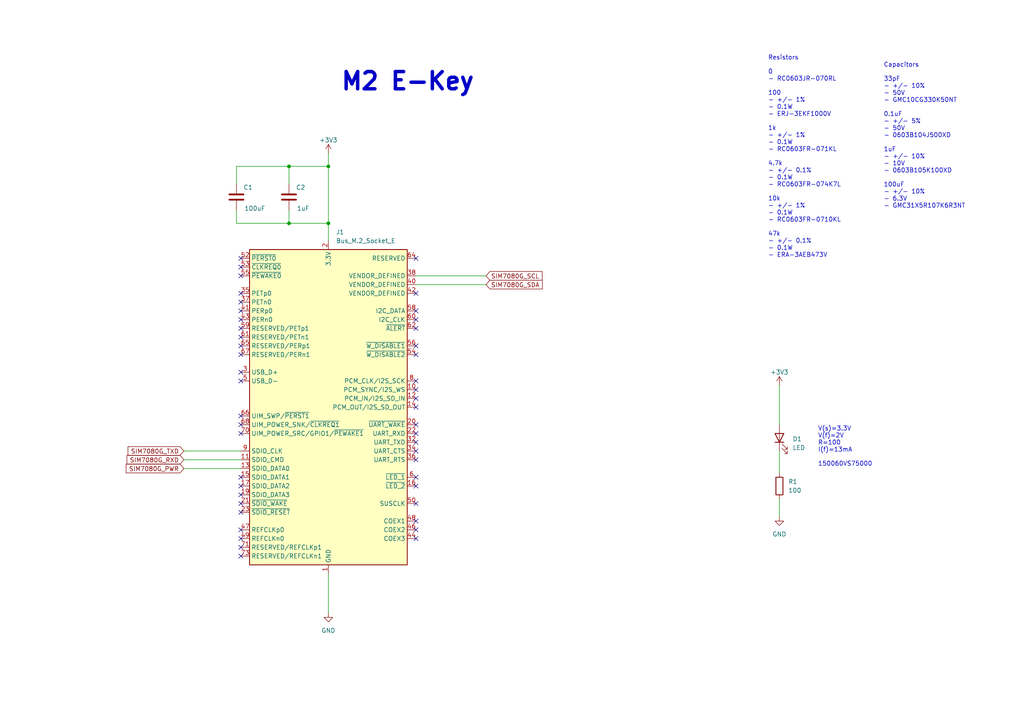
<source format=kicad_sch>
(kicad_sch (version 20231120) (generator "eeschema") (generator_version "8.0")
  (paper "A4")
  (title_block (title "IoT Gateway") (date "2024-10-15") (rev "v0.1.0") (company "Abstract Machines") (comment 1 "Designed By: Jeff Mboya") (comment 2 "Approved By:"))
  (lib_symbols
    (symbol "Connector:Bus_M.2_Socket_E"
      (property "Reference" "J" (at -22.86 46.99 0))
      (property "Value" "Bus_M.2_Socket_E" (at 16.51 46.99 0))
      (symbol "Bus_M.2_Socket_E_0_1"
        (rectangle (start -22.86 45.72) (end 22.86 -45.72) (stroke (width 0.254)) (fill (type background)))
      )
      (symbol "Bus_M.2_Socket_E_1_1"
        (pin power_in line (at 0 -48.26 90) (length 2.54) (name "GND") (number "1"))
        (pin bidirectional line (at 25.4 5.08 180) (length 2.54) (name "PCM_SYNC/I2S_WS") (number "10"))
        (pin bidirectional line (at -25.4 -15.24 0) (length 2.54) (name "SDIO_CMD") (number "11"))
        (pin input line (at 25.4 2.54 180) (length 2.54) (name "PCM_IN/I2S_SD_IN") (number "12"))
        (pin bidirectional line (at -25.4 -17.78 0) (length 2.54) (name "SDIO_DATA0") (number "13"))
        (pin output line (at 25.4 0 180) (length 2.54) (name "PCM_OUT/I2S_SD_OUT") (number "14"))
        (pin bidirectional line (at -25.4 -20.32 0) (length 2.54) (name "SDIO_DATA1") (number "15"))
        (pin open_collector line (at 25.4 -22.86 180) (length 2.54) (name "~{LED_2}") (number "16"))
        (pin bidirectional line (at -25.4 -22.86 0) (length 2.54) (name "SDIO_DATA2") (number "17"))
        (pin passive line (at 0 -48.26 90) (length 2.54) hide (name "GND") (number "18"))
        (pin bidirectional line (at -25.4 -25.4 0) (length 2.54) (name "SDIO_DATA3") (number "19"))
        (pin power_in line (at 0 48.26 270) (length 2.54) (name "3.3V") (number "2"))
        (pin input line (at 25.4 -5.08 180) (length 2.54) (name "~{UART_WAKE}") (number "20"))
        (pin input line (at -25.4 -27.94 0) (length 2.54) (name "~{SDIO_WAKE}") (number "21"))
        (pin input line (at 25.4 -7.62 180) (length 2.54) (name "UART_RXD") (number "22"))
        (pin output line (at -25.4 -30.48 0) (length 2.54) (name "~{SDIO_RESET}") (number "23"))
        (pin bidirectional line (at -25.4 10.16 0) (length 2.54) (name "USB_D+") (number "3"))
        (pin output line (at 25.4 -10.16 180) (length 2.54) (name "UART_TXD") (number "32"))
        (pin passive line (at 0 -48.26 90) (length 2.54) hide (name "GND") (number "33"))
        (pin input line (at 25.4 -12.7 180) (length 2.54) (name "UART_CTS") (number "34"))
        (pin output line (at -25.4 33.02 0) (length 2.54) (name "PETp0") (number "35"))
        (pin output line (at 25.4 -15.24 180) (length 2.54) (name "UART_RTS") (number "36"))
        (pin output line (at -25.4 30.48 0) (length 2.54) (name "PETn0") (number "37"))
        (pin passive line (at 25.4 38.1 180) (length 2.54) (name "VENDOR_DEFINED") (number "38"))
        (pin passive line (at 0 -48.26 90) (length 2.54) hide (name "GND") (number "39"))
        (pin passive line (at 0 48.26 270) (length 2.54) hide (name "3.3V") (number "4"))
        (pin passive line (at 25.4 35.56 180) (length 2.54) (name "VENDOR_DEFINED") (number "40"))
        (pin input line (at -25.4 27.94 0) (length 2.54) (name "PERp0") (number "41"))
        (pin passive line (at 25.4 33.02 180) (length 2.54) (name "VENDOR_DEFINED") (number "42"))
        (pin input line (at -25.4 25.4 0) (length 2.54) (name "PERn0") (number "43"))
        (pin bidirectional line (at 25.4 -38.1 180) (length 2.54) (name "COEX3") (number "44"))
        (pin passive line (at 0 -48.26 90) (length 2.54) hide (name "GND") (number "45"))
        (pin bidirectional line (at 25.4 -35.56 180) (length 2.54) (name "COEX2") (number "46"))
        (pin output line (at -25.4 -35.56 0) (length 2.54) (name "REFCLKp0") (number "47"))
        (pin bidirectional line (at 25.4 -33.02 180) (length 2.54) (name "COEX1") (number "48"))
        (pin output line (at -25.4 -38.1 0) (length 2.54) (name "REFCLKn0") (number "49"))
        (pin bidirectional line (at -25.4 7.62 0) (length 2.54) (name "USB_D-") (number "5"))
        (pin output line (at 25.4 -27.94 180) (length 2.54) (name "SUSCLK") (number "50"))
        (pin passive line (at 0 -48.26 90) (length 2.54) hide (name "GND") (number "51"))
        (pin output line (at -25.4 43.18 0) (length 2.54) (name "~{PERST0}") (number "52"))
        (pin bidirectional line (at -25.4 40.64 0) (length 2.54) (name "~{CLKREQ0}") (number "53"))
        (pin output line (at 25.4 15.24 180) (length 2.54) (name "~{W_DISABLE2}") (number "54"))
        (pin bidirectional line (at -25.4 38.1 0) (length 2.54) (name "~{PEWAKE0}") (number "55"))
        (pin output line (at 25.4 17.78 180) (length 2.54) (name "~{W_DISABLE1}") (number "56"))
        (pin passive line (at 0 -48.26 90) (length 2.54) hide (name "GND") (number "57"))
        (pin bidirectional line (at 25.4 27.94 180) (length 2.54) (name "I2C_DATA") (number "58"))
        (pin output line (at -25.4 22.86 0) (length 2.54) (name "RESERVED/PETp1") (number "59"))
        (pin open_collector line (at 25.4 -20.32 180) (length 2.54) (name "~{LED_1}") (number "6"))
        (pin output line (at 25.4 25.4 180) (length 2.54) (name "I2C_CLK") (number "60"))
        (pin output line (at -25.4 20.32 0) (length 2.54) (name "RESERVED/PETn1") (number "61"))
        (pin input line (at 25.4 22.86 180) (length 2.54) (name "~{ALERT}") (number "62"))
        (pin passive line (at 0 -48.26 90) (length 2.54) hide (name "GND") (number "63"))
        (pin passive line (at 25.4 43.18 180) (length 2.54) (name "RESERVED") (number "64"))
        (pin input line (at -25.4 17.78 0) (length 2.54) (name "RESERVED/PERp1") (number "65"))
        (pin output line (at -25.4 -2.54 0) (length 2.54) (name "UIM_SWP/~{PERST1}") (number "66"))
        (pin input line (at -25.4 15.24 0) (length 2.54) (name "RESERVED/PERn1") (number "67"))
        (pin bidirectional line (at -25.4 -5.08 0) (length 2.54) (name "UIM_POWER_SNK/~{CLKREQ1}") (number "68"))
        (pin passive line (at 0 -48.26 90) (length 2.54) hide (name "GND") (number "69"))
        (pin passive line (at 0 -48.26 90) (length 2.54) hide (name "GND") (number "7"))
        (pin bidirectional line (at -25.4 -7.62 0) (length 2.54) (name "UIM_POWER_SRC/GPIO1/~{PEWAKE1}") (number "70"))
        (pin output line (at -25.4 -40.64 0) (length 2.54) (name "RESERVED/REFCLKp1") (number "71"))
        (pin passive line (at 0 48.26 270) (length 2.54) hide (name "3.3V") (number "72"))
        (pin output line (at -25.4 -43.18 0) (length 2.54) (name "RESERVED/REFCLKn1") (number "73"))
        (pin passive line (at 0 48.26 270) (length 2.54) hide (name "3.3V") (number "74"))
        (pin passive line (at 0 -48.26 90) (length 2.54) hide (name "GND") (number "75"))
        (pin bidirectional line (at 25.4 7.62 180) (length 2.54) (name "PCM_CLK/I2S_SCK") (number "8"))
        (pin output line (at -25.4 -12.7 0) (length 2.54) (name "SDIO_CLK") (number "9"))
      )
    )
    (symbol "Device:C" (pin_numbers hide) (pin_names (offset 0.254))
      (property "Reference" "C" (at 0.635 2.54 0))
      (property "Value" "C" (at 0.635 -2.54 0))
      (symbol "C_0_1"
        (polyline (pts (xy -2.032 -0.762) (xy 2.032 -0.762)) (stroke (width 0.508)))
        (polyline (pts (xy -2.032 0.762) (xy 2.032 0.762)) (stroke (width 0.508)))
      )
      (symbol "C_1_1"
        (pin passive line (at 0 3.81 270) (length 2.794) (name "~") (number "1"))
        (pin passive line (at 0 -3.81 90) (length 2.794) (name "~") (number "2"))
      )
    )
    (symbol "Device:LED" (pin_numbers hide) (pin_names (offset 1.016) hide)
      (property "Reference" "D" (at 0 2.54 0))
      (property "Value" "LED" (at 0 -2.54 0))
      (symbol "LED_0_1"
        (polyline (pts (xy -1.27 -1.27) (xy -1.27 1.27)) (stroke (width 0.254)))
        (polyline (pts (xy -1.27 0) (xy 1.27 0)))
        (polyline (pts (xy 1.27 -1.27) (xy 1.27 1.27) (xy -1.27 0) (xy 1.27 -1.27)) (stroke (width 0.254)))
        (polyline (pts (xy -3.048 -0.762) (xy -4.572 -2.286) (xy -3.81 -2.286) (xy -4.572 -2.286) (xy -4.572 -1.524)))
        (polyline (pts (xy -1.778 -0.762) (xy -3.302 -2.286) (xy -2.54 -2.286) (xy -3.302 -2.286) (xy -3.302 -1.524)))
      )
      (symbol "LED_1_1"
        (pin passive line (at -3.81 0 0) (length 2.54) (name "K") (number "1"))
        (pin passive line (at 3.81 0 180) (length 2.54) (name "A") (number "2"))
      )
    )
    (symbol "Device:R" (pin_numbers hide) (pin_names (offset 0))
      (property "Reference" "R" (at 2.032 0 90))
      (property "Value" "R" (at 0 0 90))
      (symbol "R_0_1"
        (rectangle (start -1.016 -2.54) (end 1.016 2.54) (stroke (width 0.254)))
      )
      (symbol "R_1_1"
        (pin passive line (at 0 3.81 270) (length 1.27) (name "~") (number "1"))
        (pin passive line (at 0 -3.81 90) (length 1.27) (name "~") (number "2"))
      )
    )
    (symbol "power:+3V3" (power) (pin_names (offset 0))
      (property "Value" "+3V3" (at 0 3.556 0))
      (symbol "+3V3_0_1"
        (polyline (pts (xy -0.762 1.27) (xy 0 2.54)))
        (polyline (pts (xy 0 0) (xy 0 2.54)))
        (polyline (pts (xy 0 2.54) (xy 0.762 1.27)))
      )
      (symbol "+3V3_1_1"
        (pin power_in line (at 0 0 90) (length 0) hide (name "+3V3") (number "1"))
      )
    )
    (symbol "power:GND" (power) (pin_names (offset 0))
      (property "Value" "GND" (at 0 -3.81 0))
      (symbol "GND_0_1"
        (polyline (pts (xy 0 0) (xy 0 -1.27) (xy 1.27 -1.27) (xy 0 -2.54) (xy -1.27 -1.27) (xy 0 -1.27)))
      )
      (symbol "GND_1_1"
        (pin power_in line (at 0 0 270) (length 0) hide (name "GND") (number "1"))
      )
    )
  )
  (junction (at 83.82 64.77))
  (junction (at 95.25 48.26))
  (junction (at 95.25 64.77))
  (junction (at 83.82 48.26))
  (no_connect (at 120.65 118.11))
  (no_connect (at 69.85 110.49))
  (no_connect (at 120.65 113.03))
  (no_connect (at 69.85 120.65))
  (no_connect (at 120.65 156.21))
  (no_connect (at 69.85 158.75))
  (no_connect (at 69.85 80.01))
  (no_connect (at 120.65 140.97))
  (no_connect (at 69.85 74.93))
  (no_connect (at 120.65 102.87))
  (no_connect (at 69.85 97.79))
  (no_connect (at 120.65 74.93))
  (no_connect (at 69.85 85.09))
  (no_connect (at 120.65 138.43))
  (no_connect (at 120.65 115.57))
  (no_connect (at 69.85 100.33))
  (no_connect (at 120.65 90.17))
  (no_connect (at 120.65 133.35))
  (no_connect (at 69.85 77.47))
  (no_connect (at 69.85 92.71))
  (no_connect (at 69.85 87.63))
  (no_connect (at 69.85 156.21))
  (no_connect (at 120.65 123.19))
  (no_connect (at 69.85 102.87))
  (no_connect (at 120.65 130.81))
  (no_connect (at 120.65 125.73))
  (no_connect (at 120.65 100.33))
  (no_connect (at 69.85 95.25))
  (no_connect (at 120.65 153.67))
  (no_connect (at 120.65 85.09))
  (no_connect (at 120.65 128.27))
  (no_connect (at 120.65 146.05))
  (no_connect (at 120.65 95.25))
  (no_connect (at 69.85 148.59))
  (no_connect (at 69.85 143.51))
  (no_connect (at 69.85 153.67))
  (no_connect (at 69.85 107.95))
  (no_connect (at 120.65 92.71))
  (no_connect (at 69.85 140.97))
  (no_connect (at 69.85 125.73))
  (no_connect (at 69.85 161.29))
  (no_connect (at 120.65 110.49))
  (no_connect (at 69.85 123.19))
  (no_connect (at 69.85 138.43))
  (no_connect (at 69.85 146.05))
  (no_connect (at 69.85 90.17))
  (no_connect (at 120.65 151.13))
  (wire (pts (xy 68.58 64.77) (xy 83.82 64.77)))
  (wire (pts (xy 140.97 82.55) (xy 120.65 82.55)))
  (wire (pts (xy 140.97 80.01) (xy 120.65 80.01)))
  (wire (pts (xy 83.82 48.26) (xy 95.25 48.26)))
  (wire (pts (xy 95.25 177.8) (xy 95.25 166.37)))
  (wire (pts (xy 53.34 135.89) (xy 69.85 135.89)))
  (wire (pts (xy 53.34 130.81) (xy 69.85 130.81)))
  (wire (pts (xy 68.58 60.96) (xy 68.58 64.77)))
  (wire (pts (xy 226.06 144.78) (xy 226.06 149.86)))
  (wire (pts (xy 95.25 64.77) (xy 95.25 69.85)))
  (wire (pts (xy 83.82 60.96) (xy 83.82 64.77)))
  (wire (pts (xy 68.58 53.34) (xy 68.58 48.26)))
  (wire (pts (xy 83.82 48.26) (xy 83.82 53.34)))
  (wire (pts (xy 83.82 64.77) (xy 95.25 64.77)))
  (wire (pts (xy 95.25 44.45) (xy 95.25 48.26)))
  (wire (pts (xy 226.06 111.76) (xy 226.06 123.19)))
  (wire (pts (xy 226.06 130.81) (xy 226.06 137.16)))
  (wire (pts (xy 95.25 48.26) (xy 95.25 64.77)))
  (wire (pts (xy 53.34 133.35) (xy 69.85 133.35)))
  (wire (pts (xy 68.58 48.26) (xy 83.82 48.26)))
  (text "Capacitors\n\n33pF\n- +/- 10%\n- 50V\n- GMC10CG330K50NT\n\n0.1uF\n- +/- 5%\n- 50V\n- 0603B104J500XD\n\n1uF\n- +/- 10%\n- 10V\n- 0603B105K100XD\n\n100uF\n- +/- 10%\n- 6.3V\n- GMC31X5R107K6R3NT" (at 256.286 39.37 0) (effects (font (size 1.27 1.27)) (justify left)))
  (text "Resistors\n\n0\n- RC0603JR-070RL\n\n100\n- +/- 1%\n- 0.1W\n- ERJ-3EKF1000V\n\n1k\n- +/- 1%\n- 0.1W\n- RC0603FR-071KL\n\n4.7k\n- +/- 0.1%\n- 0.1W\n- RC0603FR-074K7L\n\n10k\n- +/- 1%\n- 0.1W\n- RC0603FR-0710KL\n\n47k\n- +/- 0.1%\n- 0.1W\n- ERA-3AEB473V\n" (at 222.758 45.466 0) (effects (font (size 1.27 1.27)) (justify left)))
  (text "M2 E-Key" (at 98.552 26.67 0) (effects (font (size 5 5) (thickness 1) (bold yes)) (justify left bottom)))
  (text "V(s)=3.3V\nV(f)=2V\nR=100\nI(f)=13mA\n\n150060VS75000" (at 237.236 129.54 0) (effects (font (size 1.27 1.27)) (justify left)))
  (global_label "SIM7080G_SCL" (shape input) (at 140.97 80.01 0) (property "Intersheetrefs" "${INTERSHEET_REFS}" (effects (hide yes))))
  (global_label "SIM7080G_RXD" (shape input) (at 53.34 133.35 180) (property "Intersheetrefs" "${INTERSHEET_REFS}" (effects (hide yes))))
  (global_label "SIM7080G_TXD" (shape input) (at 53.34 130.81 180) (property "Intersheetrefs" "${INTERSHEET_REFS}" (effects (hide yes))))
  (global_label "SIM7080G_SDA" (shape input) (at 140.97 82.55 0) (property "Intersheetrefs" "${INTERSHEET_REFS}" (effects (hide yes))))
  (global_label "SIM7080G_PWR" (shape input) (at 53.34 135.89 180) (property "Intersheetrefs" "${INTERSHEET_REFS}" (effects (hide yes))))
  (symbol (lib_id "Device:C") (at 68.58 57.15 0) (unit 1)
    (property "Reference" "C1" (at 70.612 54.356 0) (effects (justify left)))
    (property "Value" "100uF" (at 70.866 60.452 0) (effects (justify left)))
    (property "Footprint" "Capacitor_SMD:C_1206_3216Metric" (effects (hide yes)))
    (property "Description" "Unpolarized capacitor" (effects (hide yes)))
  )
  (symbol (lib_id "power:+3V3") (at 95.25 44.45 0) (unit 1)
    (property "Reference" "#PWR01" (effects (hide yes)))
    (property "Value" "+3V3" (at 95.25 40.64 0))
  )
  (symbol (lib_id "Device:C") (at 83.82 57.15 0) (unit 1)
    (property "Reference" "C2" (at 85.852 54.356 0) (effects (justify left)))
    (property "Value" "1uF" (at 86.106 60.452 0) (effects (justify left)))
    (property "Footprint" "Capacitor_SMD:C_0603_1608Metric" (effects (hide yes)))
    (property "Description" "Unpolarized capacitor" (effects (hide yes)))
  )
  (symbol (lib_id "Device:LED") (at 226.06 127 90) (unit 1)
    (property "Reference" "D1" (at 229.87 127.3174 90) (effects (justify right)))
    (property "Value" "LED" (at 229.87 129.8574 90) (effects (justify right)))
    (property "Footprint" "LED_SMD:LED_0603_1608Metric" (effects (hide yes)))
    (property "Description" "Light emitting diode" (effects (hide yes)))
  )
  (symbol (lib_id "power:+3V3") (at 226.06 111.76 0) (unit 1)
    (property "Reference" "#PWR02" (effects (hide yes)))
    (property "Value" "+3V3" (at 226.06 107.95 0))
  )
  (symbol (lib_id "Connector:Bus_M.2_Socket_E") (at 95.25 118.11 0) (unit 1)
    (property "Reference" "J1" (at 97.4441 67.31 0) (effects (justify left)))
    (property "Value" "Bus_M.2_Socket_E" (at 97.4441 69.85 0) (effects (justify left)))
    (property "Footprint" "M.2-Key-E-Footprints-master:2242-key-E" (effects (hide yes)))
    (property "Datasheet" "https://web.archive.org/web/20200613074028/http://read.pudn.com/downloads794/doc/project/3133918/PCIe_M.2_Electromechanical_Spec_Rev1.0_Final_11012013_RS_Clean.pdf#page=150" (effects (hide yes)))
    (property "Description" "M.2 Socket 1-SD Mechanical Key E" (effects (hide yes)))
  )
  (symbol (lib_id "Device:R") (at 226.06 140.97 0) (unit 1)
    (property "Reference" "R1" (at 228.6 139.6999 0) (effects (justify left)))
    (property "Value" "100" (at 228.6 142.2399 0) (effects (justify left)))
    (property "Footprint" "Resistor_SMD:R_0603_1608Metric" (effects (hide yes)))
    (property "Description" "Resistor" (effects (hide yes)))
  )
  (symbol (lib_id "power:GND") (at 95.25 177.8 0) (unit 1)
    (property "Reference" "#PWR04" (effects (hide yes)))
    (property "Value" "GND" (at 95.25 182.88 0))
  )
  (symbol (lib_id "power:GND") (at 226.06 149.86 0) (unit 1)
    (property "Reference" "#PWR03" (effects (hide yes)))
    (property "Value" "GND" (at 226.06 154.94 0))
  )
)
</source>
